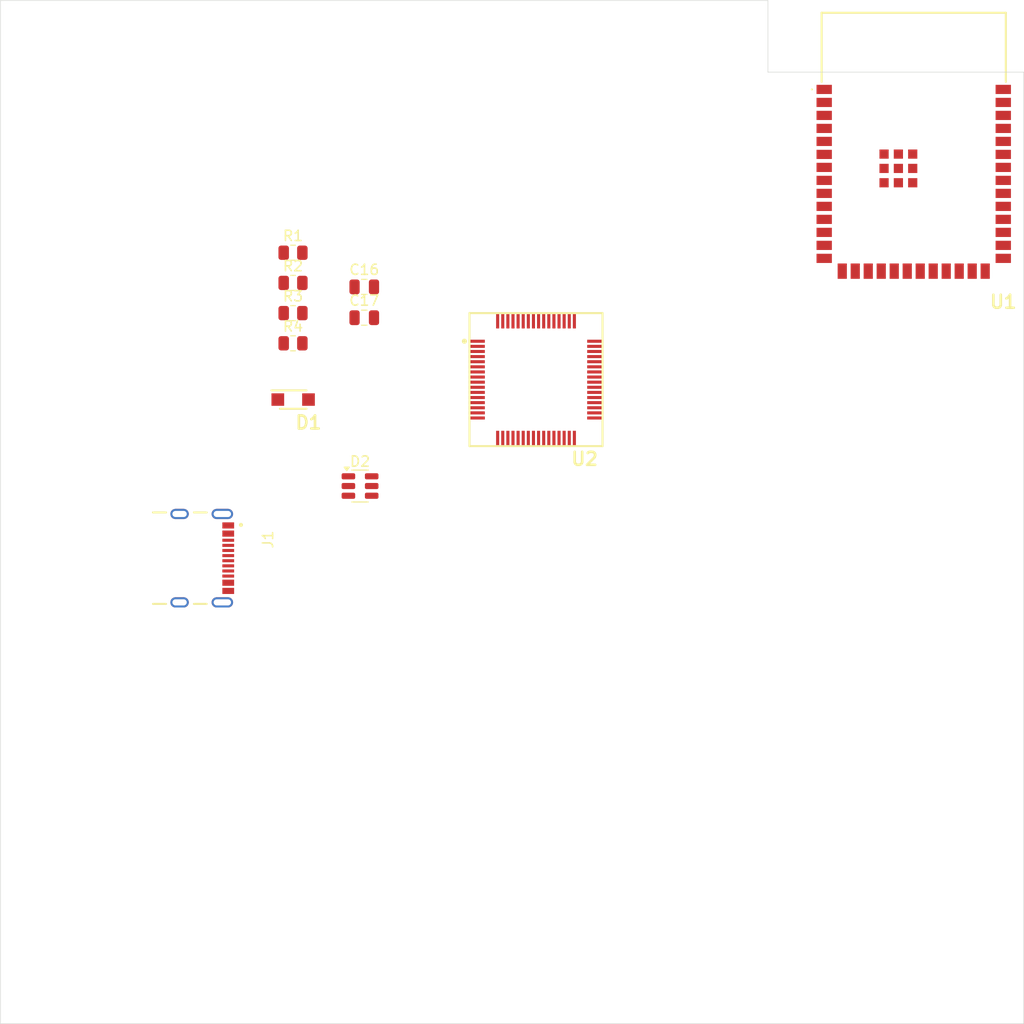
<source format=kicad_pcb>
(kicad_pcb (version 20240108) (generator "pcbnew") (generator_version "8.0")
  (layers (0 "F.Cu" signal) (1 "In1.Cu" signal) (2 "In2.Cu" signal) (31 "B.Cu" signal) (34 "B.Paste" user) (35 "F.Paste" user) (36 "B.SilkS" user "B.Silkscreen") (37 "F.SilkS" user "F.Silkscreen") (38 "B.Mask" user) (39 "F.Mask" user) (44 "Edge.Cuts" user))
  (net 0 "")
  (net 1 "GND")
  (net 21 "/Microcontroller/XTAL_32K_P")
  (net 29 "/Microcontroller/XTAL_32K_N")
  (net 40 "/Input/USB_D+")
  (net 41 "/Input/USB_D-")
  (net 42 "VBUS")
  (net 43 "/Input/USB_CC2")
  (net 45 "/Input/USB_CC1")
  (net 46 "/Input/~{PWRSAV}")
  (net 47 "/Input/UART_~{CTS}")
  (net 48 "/Input/UART_~{RTS}")
  (net 49 "/Input/UART_~{RI}")
  (net 50 "/Input/UART_~{TXLED}")
  (net 53 "/Input/UART_~{DCD}")
  (net 55 "/Input/UART_TXDEN")
  (net 58 "/Input/UART_~{DSR}")
  (net 62 "VCCIO")
  (net 63 "/Input/JTAG_TDI")
  (net 69 "/Input/UART_~{RXLED}")
  (net 70 "/Input/JTAG_TMS")
  (net 71 "VCORE")
  (net 72 "/Input/UART_RXD")
  (net 75 "/Input/JTAG_TCK")
  (net 77 "/Input/UART_TXD")
  (net 80 "/Input/JTAG_TDO")
  (net 83 "/Input/UART_~{DTR}")
  (net 99 "USB_5V")
  (footprint "AA_MCUs:ESP32S3WROOM1N16R2" (layer "F.Cu") (at 151.75 46.45)
    (property "Reference" "U1" (at 8.75 15.5 0) (layer "F.SilkS") (effects (font (size 1.27 1.27) (thickness 0.254))))
    (property "Value" "ESP32-S3-WROOM-1-N16R2" (hide yes))
    (fp_line (start -10 -5.26) (end -10 -5.26) (stroke (width 0.1)) (layer "F.SilkS"))
    (fp_line (start -9.9 -5.26) (end -9.9 -5.26) (stroke (width 0.1)) (layer "F.SilkS"))
    (fp_line (start -9 -12.75) (end 9 -12.75) (stroke (width 0.2)) (layer "F.SilkS"))
    (fp_line (start -9 -6) (end -9 -12.75) (stroke (width 0.2)) (layer "F.SilkS"))
    (fp_line (start 9 -12.75) (end 9 -6) (stroke (width 0.2)) (layer "F.SilkS"))
    (fp_arc (start -10 -5.26) (mid -9.95 -5.31) (end -9.9 -5.26) (stroke (width 0.1)) (layer "F.SilkS"))
    (fp_arc (start -9.9 -5.26) (mid -9.95 -5.21) (end -10 -5.26) (stroke (width 0.1)) (layer "F.SilkS"))
    (pad "1" smd rect (at -8.75 -5.26 90) (size 0.9 1.5) (layers "F.Cu" "F.Paste" "F.Mask") (net 1 "GND"))
    (pad "2" smd rect (at -8.75 -3.99 90) (size 0.9 1.5) (layers "F.Cu" "F.Paste" "F.Mask"))
    (pad "3" smd rect (at -8.75 -2.72 90) (size 0.9 1.5) (layers "F.Cu" "F.Paste" "F.Mask"))
    (pad "4" smd rect (at -8.75 -1.45 90) (size 0.9 1.5) (layers "F.Cu" "F.Paste" "F.Mask"))
    (pad "5" smd rect (at -8.75 -0.18 90) (size 0.9 1.5) (layers "F.Cu" "F.Paste" "F.Mask"))
    (pad "6" smd rect (at -8.75 1.09 90) (size 0.9 1.5) (layers "F.Cu" "F.Paste" "F.Mask"))
    (pad "7" smd rect (at -8.75 2.36 90) (size 0.9 1.5) (layers "F.Cu" "F.Paste" "F.Mask"))
    (pad "8" smd rect (at -8.75 3.63 90) (size 0.9 1.5) (layers "F.Cu" "F.Paste" "F.Mask") (net 21 "/Microcontroller/XTAL_32K_P"))
    (pad "9" smd rect (at -8.75 4.9 90) (size 0.9 1.5) (layers "F.Cu" "F.Paste" "F.Mask") (net 29 "/Microcontroller/XTAL_32K_N"))
    (pad "10" smd rect (at -8.75 6.17 90) (size 0.9 1.5) (layers "F.Cu" "F.Paste" "F.Mask"))
    (pad "11" smd rect (at -8.75 7.44 90) (size 0.9 1.5) (layers "F.Cu" "F.Paste" "F.Mask"))
    (pad "12" smd rect (at -8.75 8.71 90) (size 0.9 1.5) (layers "F.Cu" "F.Paste" "F.Mask"))
    (pad "13" smd rect (at -8.75 9.98 90) (size 0.9 1.5) (layers "F.Cu" "F.Paste" "F.Mask"))
    (pad "14" smd rect (at -8.75 11.25 90) (size 0.9 1.5) (layers "F.Cu" "F.Paste" "F.Mask"))
    (pad "15" smd rect (at -6.985 12.5) (size 0.9 1.5) (layers "F.Cu" "F.Paste" "F.Mask"))
    (pad "16" smd rect (at -5.715 12.5) (size 0.9 1.5) (layers "F.Cu" "F.Paste" "F.Mask"))
    (pad "17" smd rect (at -4.445 12.5) (size 0.9 1.5) (layers "F.Cu" "F.Paste" "F.Mask"))
    (pad "18" smd rect (at -3.175 12.5) (size 0.9 1.5) (layers "F.Cu" "F.Paste" "F.Mask"))
    (pad "19" smd rect (at -1.905 12.5) (size 0.9 1.5) (layers "F.Cu" "F.Paste" "F.Mask"))
    (pad "20" smd rect (at -0.635 12.5) (size 0.9 1.5) (layers "F.Cu" "F.Paste" "F.Mask"))
    (pad "21" smd rect (at 0.635 12.5) (size 0.9 1.5) (layers "F.Cu" "F.Paste" "F.Mask"))
    (pad "22" smd rect (at 1.905 12.5) (size 0.9 1.5) (layers "F.Cu" "F.Paste" "F.Mask"))
    (pad "23" smd rect (at 3.175 12.5) (size 0.9 1.5) (layers "F.Cu" "F.Paste" "F.Mask"))
    (pad "24" smd rect (at 4.445 12.5) (size 0.9 1.5) (layers "F.Cu" "F.Paste" "F.Mask"))
    (pad "25" smd rect (at 5.715 12.5) (size 0.9 1.5) (layers "F.Cu" "F.Paste" "F.Mask"))
    (pad "26" smd rect (at 6.985 12.5) (size 0.9 1.5) (layers "F.Cu" "F.Paste" "F.Mask"))
    (pad "27" smd rect (at 8.75 11.25 90) (size 0.9 1.5) (layers "F.Cu" "F.Paste" "F.Mask"))
    (pad "28" smd rect (at 8.75 9.98 90) (size 0.9 1.5) (layers "F.Cu" "F.Paste" "F.Mask"))
    (pad "29" smd rect (at 8.75 8.71 90) (size 0.9 1.5) (layers "F.Cu" "F.Paste" "F.Mask"))
    (pad "30" smd rect (at 8.75 7.44 90) (size 0.9 1.5) (layers "F.Cu" "F.Paste" "F.Mask"))
    (pad "31" smd rect (at 8.75 6.17 90) (size 0.9 1.5) (layers "F.Cu" "F.Paste" "F.Mask"))
    (pad "32" smd rect (at 8.75 4.9 90) (size 0.9 1.5) (layers "F.Cu" "F.Paste" "F.Mask"))
    (pad "33" smd rect (at 8.75 3.63 90) (size 0.9 1.5) (layers "F.Cu" "F.Paste" "F.Mask"))
    (pad "34" smd rect (at 8.75 2.36 90) (size 0.9 1.5) (layers "F.Cu" "F.Paste" "F.Mask"))
    (pad "35" smd rect (at 8.75 1.09 90) (size 0.9 1.5) (layers "F.Cu" "F.Paste" "F.Mask"))
    (pad "36" smd rect (at 8.75 -0.18 90) (size 0.9 1.5) (layers "F.Cu" "F.Paste" "F.Mask"))
    (pad "37" smd rect (at 8.75 -1.45 90) (size 0.9 1.5) (layers "F.Cu" "F.Paste" "F.Mask"))
    (pad "38" smd rect (at 8.75 -2.72 90) (size 0.9 1.5) (layers "F.Cu" "F.Paste" "F.Mask"))
    (pad "39" smd rect (at 8.75 -3.99 90) (size 0.9 1.5) (layers "F.Cu" "F.Paste" "F.Mask"))
    (pad "40" smd rect (at 8.75 -5.26 90) (size 0.9 1.5) (layers "F.Cu" "F.Paste" "F.Mask") (net 1 "GND"))
    (pad "41" smd rect (at -1.5 2.46) (size 0.9 0.9) (layers "F.Cu" "F.Paste" "F.Mask") (net 1 "GND"))
    (pad "42" smd rect (at -2.9 1.06) (size 0.9 0.9) (layers "F.Cu" "F.Paste" "F.Mask"))
    (pad "43" smd rect (at -2.9 2.46) (size 0.9 0.9) (layers "F.Cu" "F.Paste" "F.Mask"))
    (pad "44" smd rect (at -2.9 3.86) (size 0.9 0.9) (layers "F.Cu" "F.Paste" "F.Mask"))
    (pad "45" smd rect (at -1.5 3.86) (size 0.9 0.9) (layers "F.Cu" "F.Paste" "F.Mask"))
    (pad "46" smd rect (at -0.1 3.86) (size 0.9 0.9) (layers "F.Cu" "F.Paste" "F.Mask"))
    (pad "47" smd rect (at -0.1 2.46) (size 0.9 0.9) (layers "F.Cu" "F.Paste" "F.Mask"))
    (pad "48" smd rect (at -0.1 1.06) (size 0.9 0.9) (layers "F.Cu" "F.Paste" "F.Mask"))
    (pad "49" smd rect (at -1.5 1.06) (size 0.9 0.9) (layers "F.Cu" "F.Paste" "F.Mask"))
  )
  (footprint "Resistor_SMD:R_0805_2012Metric" (layer "F.Cu") (at 91.0875 57.15)
    (property "Reference" "R1" (at 0 -1.65 0) (layer "F.SilkS"))
    (property "Value" "5.1k")
    (fp_line (start -0.227064 -0.735) (end 0.227064 -0.735) (stroke (width 0.12)) (layer "F.SilkS"))
    (fp_line (start -0.227064 0.735) (end 0.227064 0.735) (stroke (width 0.12)) (layer "F.SilkS"))
    (pad "1" smd roundrect (at -0.9125 0) (size 1.025 1.4) (layers "F.Cu" "F.Paste" "F.Mask") (roundrect_rratio 0.243902) (net 1 "GND"))
    (pad "2" smd roundrect (at 0.9125 0) (size 1.025 1.4) (layers "F.Cu" "F.Paste" "F.Mask") (roundrect_rratio 0.243902) (net 43 "/Input/USB_CC2"))
  )
  (footprint "Resistor_SMD:R_0805_2012Metric" (layer "F.Cu") (at 91.0875 60.1)
    (property "Reference" "R2" (at 0 -1.65 0) (layer "F.SilkS"))
    (property "Value" "5.1k")
    (fp_line (start -0.227064 -0.735) (end 0.227064 -0.735) (stroke (width 0.12)) (layer "F.SilkS"))
    (fp_line (start -0.227064 0.735) (end 0.227064 0.735) (stroke (width 0.12)) (layer "F.SilkS"))
    (pad "1" smd roundrect (at -0.9125 0) (size 1.025 1.4) (layers "F.Cu" "F.Paste" "F.Mask") (roundrect_rratio 0.243902) (net 1 "GND"))
    (pad "2" smd roundrect (at 0.9125 0) (size 1.025 1.4) (layers "F.Cu" "F.Paste" "F.Mask") (roundrect_rratio 0.243902) (net 45 "/Input/USB_CC1"))
  )
  (footprint "Package_TO_SOT_SMD:SOT-23-6" (layer "F.Cu") (at 97.6375 79.95)
    (property "Reference" "D2" (at 0 -2.4 360) (layer "F.SilkS"))
    (property "Value" "ESDA6V1BC6")
    (fp_line (start 0 -1.56) (end -0.8 -1.56) (stroke (width 0.12)) (layer "F.SilkS"))
    (fp_line (start 0 -1.56) (end 0.8 -1.56) (stroke (width 0.12)) (layer "F.SilkS"))
    (fp_line (start 0 1.56) (end -0.8 1.56) (stroke (width 0.12)) (layer "F.SilkS"))
    (fp_line (start 0 1.56) (end 0.8 1.56) (stroke (width 0.12)) (layer "F.SilkS"))
    (fp_poly (pts (xy -1.3 -1.51) (xy -1.54 -1.84) (xy -1.06 -1.84) (xy -1.3 -1.51)) (stroke (width 0.12)) (fill solid) (layer "F.SilkS"))
    (pad "1" smd roundrect (at -1.1375 -0.95) (size 1.325 0.6) (layers "F.Cu" "F.Paste" "F.Mask") (net 40 "/Input/USB_D+"))
    (pad "2" smd roundrect (at -1.1375 0) (size 1.325 0.6) (layers "F.Cu" "F.Paste" "F.Mask") (net 1 "GND"))
    (pad "3" smd roundrect (at -1.1375 0.95) (size 1.325 0.6) (layers "F.Cu" "F.Paste" "F.Mask") (net 41 "/Input/USB_D-"))
    (pad "4" smd roundrect (at 1.1375 0.95) (size 1.325 0.6) (layers "F.Cu" "F.Paste" "F.Mask") (net 42 "VBUS"))
    (pad "5" smd roundrect (at 1.1375 0) (size 1.325 0.6) (layers "F.Cu" "F.Paste" "F.Mask") (net 1 "GND"))
    (pad "6" smd roundrect (at 1.1375 -0.95) (size 1.325 0.6) (layers "F.Cu" "F.Paste" "F.Mask"))
  )
  (footprint "Capacitor_SMD:C_0805_2012Metric" (layer "F.Cu") (at 98.05 60.49)
    (property "Reference" "C16" (at 0 -1.68 0) (layer "F.SilkS"))
    (property "Value" "8p")
    (fp_line (start -0.261252 -0.735) (end 0.261252 -0.735) (stroke (width 0.12)) (layer "F.SilkS"))
    (fp_line (start -0.261252 0.735) (end 0.261252 0.735) (stroke (width 0.12)) (layer "F.SilkS"))
    (pad "1" smd roundrect (at -0.95 0) (size 1 1.45) (layers "F.Cu" "F.Paste" "F.Mask") (net 21 "/Microcontroller/XTAL_32K_P"))
    (pad "2" smd roundrect (at 0.95 0) (size 1 1.45) (layers "F.Cu" "F.Paste" "F.Mask") (net 1 "GND"))
  )
  (footprint "AA_USB_Interface:QFP50P1200X1200X160-64N" (layer "F.Cu") (at 114.835 69.55)
    (property "Reference" "U2" (at 4.75 7.75 0) (layer "F.SilkS") (effects (font (size 1.27 1.27) (thickness 0.254))))
    (property "Value" "FT2232HL" (hide yes))
    (fp_line (start -6.5 -6.5) (end 6.5 -6.5) (stroke (width 0.2)) (layer "F.SilkS"))
    (fp_line (start -6.5 6.5) (end -6.5 -6.5) (stroke (width 0.2)) (layer "F.SilkS"))
    (fp_line (start 6.5 -6.5) (end 6.5 6.5) (stroke (width 0.2)) (layer "F.SilkS"))
    (fp_line (start 6.5 6.5) (end -6.5 6.5) (stroke (width 0.2)) (layer "F.SilkS"))
    (fp_circle (center -7 -3.75) (end -7 -3.625) (stroke (width 0.25)) (fill none) (layer "F.SilkS"))
    (pad "1" smd rect (at -5.738 -3.75 90) (size 0.3 1.475) (layers "F.Cu" "F.Paste" "F.Mask") (net 1 "GND"))
    (pad "2" smd rect (at -5.738 -3.25 90) (size 0.3 1.475) (layers "F.Cu" "F.Paste" "F.Mask"))
    (pad "3" smd rect (at -5.738 -2.75 90) (size 0.3 1.475) (layers "F.Cu" "F.Paste" "F.Mask"))
    (pad "4" smd rect (at -5.738 -2.25 90) (size 0.3 1.475) (layers "F.Cu" "F.Paste" "F.Mask"))
    (pad "5" smd rect (at -5.738 -1.75 90) (size 0.3 1.475) (layers "F.Cu" "F.Paste" "F.Mask") (net 1 "GND"))
    (pad "6" smd rect (at -5.738 -1.25 90) (size 0.3 1.475) (layers "F.Cu" "F.Paste" "F.Mask"))
    (pad "7" smd rect (at -5.738 -0.75 90) (size 0.3 1.475) (layers "F.Cu" "F.Paste" "F.Mask"))
    (pad "8" smd rect (at -5.738 -0.25 90) (size 0.3 1.475) (layers "F.Cu" "F.Paste" "F.Mask"))
    (pad "9" smd rect (at -5.738 0.25 90) (size 0.3 1.475) (layers "F.Cu" "F.Paste" "F.Mask"))
    (pad "10" smd rect (at -5.738 0.75 90) (size 0.3 1.475) (layers "F.Cu" "F.Paste" "F.Mask"))
    (pad "11" smd rect (at -5.738 1.25 90) (size 0.3 1.475) (layers "F.Cu" "F.Paste" "F.Mask") (net 1 "GND"))
    (pad "12" smd rect (at -5.738 1.75 90) (size 0.3 1.475) (layers "F.Cu" "F.Paste" "F.Mask") (net 71 "VCORE"))
    (pad "13" smd rect (at -5.738 2.25 90) (size 0.3 1.475) (layers "F.Cu" "F.Paste" "F.Mask"))
    (pad "14" smd rect (at -5.738 2.75 90) (size 0.3 1.475) (layers "F.Cu" "F.Paste" "F.Mask"))
    (pad "15" smd rect (at -5.738 3.25 90) (size 0.3 1.475) (layers "F.Cu" "F.Paste" "F.Mask") (net 1 "GND"))
    (pad "16" smd rect (at -5.738 3.75 90) (size 0.3 1.475) (layers "F.Cu" "F.Paste" "F.Mask") (net 75 "/Input/JTAG_TCK"))
    (pad "17" smd rect (at -3.75 5.738) (size 0.3 1.475) (layers "F.Cu" "F.Paste" "F.Mask") (net 63 "/Input/JTAG_TDI"))
    (pad "18" smd rect (at -3.25 5.738) (size 0.3 1.475) (layers "F.Cu" "F.Paste" "F.Mask") (net 80 "/Input/JTAG_TDO"))
    (pad "19" smd rect (at -2.75 5.738) (size 0.3 1.475) (layers "F.Cu" "F.Paste" "F.Mask") (net 70 "/Input/JTAG_TMS"))
    (pad "20" smd rect (at -2.25 5.738) (size 0.3 1.475) (layers "F.Cu" "F.Paste" "F.Mask") (net 62 "VCCIO"))
    (pad "21" smd rect (at -1.75 5.738) (size 0.3 1.475) (layers "F.Cu" "F.Paste" "F.Mask"))
    (pad "22" smd rect (at -1.25 5.738) (size 0.3 1.475) (layers "F.Cu" "F.Paste" "F.Mask"))
    (pad "23" smd rect (at -0.75 5.738) (size 0.3 1.475) (layers "F.Cu" "F.Paste" "F.Mask"))
    (pad "24" smd rect (at -0.25 5.738) (size 0.3 1.475) (layers "F.Cu" "F.Paste" "F.Mask"))
    (pad "25" smd rect (at 0.25 5.738) (size 0.3 1.475) (layers "F.Cu" "F.Paste" "F.Mask") (net 1 "GND"))
    (pad "26" smd rect (at 0.75 5.738) (size 0.3 1.475) (layers "F.Cu" "F.Paste" "F.Mask"))
    (pad "27" smd rect (at 1.25 5.738) (size 0.3 1.475) (layers "F.Cu" "F.Paste" "F.Mask"))
    (pad "28" smd rect (at 1.75 5.738) (size 0.3 1.475) (layers "F.Cu" "F.Paste" "F.Mask"))
    (pad "29" smd rect (at 2.25 5.738) (size 0.3 1.475) (layers "F.Cu" "F.Paste" "F.Mask"))
    (pad "30" smd rect (at 2.75 5.738) (size 0.3 1.475) (layers "F.Cu" "F.Paste" "F.Mask"))
    (pad "31" smd rect (at 3.25 5.738) (size 0.3 1.475) (layers "F.Cu" "F.Paste" "F.Mask") (net 62 "VCCIO"))
    (pad "32" smd rect (at 3.75 5.738) (size 0.3 1.475) (layers "F.Cu" "F.Paste" "F.Mask"))
    (pad "33" smd rect (at 5.738 3.75 90) (size 0.3 1.475) (layers "F.Cu" "F.Paste" "F.Mask"))
    (pad "34" smd rect (at 5.738 3.25 90) (size 0.3 1.475) (layers "F.Cu" "F.Paste" "F.Mask"))
    (pad "35" smd rect (at 5.738 2.75 90) (size 0.3 1.475) (layers "F.Cu" "F.Paste" "F.Mask") (net 1 "GND"))
    (pad "36" smd rect (at 5.738 2.25 90) (size 0.3 1.475) (layers "F.Cu" "F.Paste" "F.Mask"))
    (pad "37" smd rect (at 5.738 1.75 90) (size 0.3 1.475) (layers "F.Cu" "F.Paste" "F.Mask") (net 71 "VCORE"))
    (pad "38" smd rect (at 5.738 1.25 90) (size 0.3 1.475) (layers "F.Cu" "F.Paste" "F.Mask") (net 77 "/Input/UART_TXD"))
    (pad "39" smd rect (at 5.738 0.75 90) (size 0.3 1.475) (layers "F.Cu" "F.Paste" "F.Mask") (net 72 "/Input/UART_RXD"))
    (pad "40" smd rect (at 5.738 0.25 90) (size 0.3 1.475) (layers "F.Cu" "F.Paste" "F.Mask") (net 48 "/Input/UART_~{RTS}"))
    (pad "41" smd rect (at 5.738 -0.25 90) (size 0.3 1.475) (layers "F.Cu" "F.Paste" "F.Mask") (net 47 "/Input/UART_~{CTS}"))
    (pad "42" smd rect (at 5.738 -0.75 90) (size 0.3 1.475) (layers "F.Cu" "F.Paste" "F.Mask") (net 62 "VCCIO"))
    (pad "43" smd rect (at 5.738 -1.25 90) (size 0.3 1.475) (layers "F.Cu" "F.Paste" "F.Mask") (net 83 "/Input/UART_~{DTR}"))
    (pad "44" smd rect (at 5.738 -1.75 90) (size 0.3 1.475) (layers "F.Cu" "F.Paste" "F.Mask") (net 58 "/Input/UART_~{DSR}"))
    (pad "45" smd rect (at 5.738 -2.25 90) (size 0.3 1.475) (layers "F.Cu" "F.Paste" "F.Mask") (net 53 "/Input/UART_~{DCD}"))
    (pad "46" smd rect (at 5.738 -2.75 90) (size 0.3 1.475) (layers "F.Cu" "F.Paste" "F.Mask") (net 49 "/Input/UART_~{RI}"))
    (pad "47" smd rect (at 5.738 -3.25 90) (size 0.3 1.475) (layers "F.Cu" "F.Paste" "F.Mask") (net 1 "GND"))
    (pad "48" smd rect (at 5.738 -3.75 90) (size 0.3 1.475) (layers "F.Cu" "F.Paste" "F.Mask") (net 55 "/Input/UART_TXDEN"))
    (pad "49" smd rect (at 3.75 -5.738) (size 0.3 1.475) (layers "F.Cu" "F.Paste" "F.Mask"))
    (pad "50" smd rect (at 3.25 -5.738) (size 0.3 1.475) (layers "F.Cu" "F.Paste" "F.Mask"))
    (pad "51" smd rect (at 2.75 -5.738) (size 0.3 1.475) (layers "F.Cu" "F.Paste" "F.Mask") (net 1 "GND"))
    (pad "52" smd rect (at 2.25 -5.738) (size 0.3 1.475) (layers "F.Cu" "F.Paste" "F.Mask"))
    (pad "53" smd rect (at 1.75 -5.738) (size 0.3 1.475) (layers "F.Cu" "F.Paste" "F.Mask"))
    (pad "54" smd rect (at 1.25 -5.738) (size 0.3 1.475) (layers "F.Cu" "F.Paste" "F.Mask") (net 69 "/Input/UART_~{RXLED}"))
    (pad "55" smd rect (at 0.75 -5.738) (size 0.3 1.475) (layers "F.Cu" "F.Paste" "F.Mask") (net 50 "/Input/UART_~{TXLED}"))
    (pad "56" smd rect (at 0.25 -5.738) (size 0.3 1.475) (layers "F.Cu" "F.Paste" "F.Mask") (net 62 "VCCIO"))
    (pad "57" smd rect (at -0.25 -5.738) (size 0.3 1.475) (layers "F.Cu" "F.Paste" "F.Mask"))
    (pad "58" smd rect (at -0.75 -5.738) (size 0.3 1.475) (layers "F.Cu" "F.Paste" "F.Mask"))
    (pad "59" smd rect (at -1.25 -5.738) (size 0.3 1.475) (layers "F.Cu" "F.Paste" "F.Mask") (net 46 "/Input/~{PWRSAV}"))
    (pad "60" smd rect (at -1.75 -5.738) (size 0.3 1.475) (layers "F.Cu" "F.Paste" "F.Mask"))
    (pad "61" smd rect (at -2.25 -5.738) (size 0.3 1.475) (layers "F.Cu" "F.Paste" "F.Mask"))
    (pad "62" smd rect (at -2.75 -5.738) (size 0.3 1.475) (layers "F.Cu" "F.Paste" "F.Mask"))
    (pad "63" smd rect (at -3.25 -5.738) (size 0.3 1.475) (layers "F.Cu" "F.Paste" "F.Mask"))
    (pad "64" smd rect (at -3.75 -5.738) (size 0.3 1.475) (layers "F.Cu" "F.Paste" "F.Mask") (net 71 "VCORE"))
  )
  (footprint "AA_Connectors:GCT_USB4105-GF-A" (layer "F.Cu") (at 80 87 -90)
    (property "Reference" "J1" (at -1.825 -8.635 90) (layer "F.SilkS"))
    (property "Value" "USB4105-GF-A")
    (fp_line (start 4.47 2.6) (end 4.47 1.32) (stroke (width 0.2)) (layer "F.SilkS"))
    (fp_line (start -4.47 1.32) (end -4.47 2.6) (stroke (width 0.2)) (layer "F.SilkS"))
    (fp_line (start -4.47 -2.65) (end -4.47 -1.4) (stroke (width 0.2)) (layer "F.SilkS"))
    (fp_line (start 4.47 -2.65) (end 4.47 -1.4) (stroke (width 0.2)) (layer "F.SilkS"))
    (fp_circle (center -3.25 -6) (end -3.15 -6) (stroke (width 0.2)) (fill none) (layer "F.SilkS"))
    (pad "" np_thru_hole circle (at -2.89 -3.68 270) (size 0.65 0.65) (drill 0.65) (layers "*.Cu" "*.Mask"))
    (pad "" np_thru_hole circle (at 2.89 -3.68 270) (size 0.65 0.65) (drill 0.65) (layers "*.Cu" "*.Mask"))
    (pad "A1_B12" smd rect (at -3.2 -4.755 270) (size 0.6 1.15) (layers "F.Cu" "F.Paste") (net 1 "GND"))
    (pad "A4_B9" smd rect (at -2.4 -4.755 270) (size 0.6 1.15) (layers "F.Cu" "F.Paste") (net 42 "VBUS"))
    (pad "A5" smd rect (at -1.25 -4.755 270) (size 0.3 1.15) (layers "F.Cu" "F.Paste") (net 45 "/Input/USB_CC1"))
    (pad "A6" smd rect (at -0.25 -4.755 270) (size 0.3 1.15) (layers "F.Cu" "F.Paste") (net 40 "/Input/USB_D+"))
    (pad "A7" smd rect (at 0.25 -4.755 270) (size 0.3 1.15) (layers "F.Cu" "F.Paste") (net 41 "/Input/USB_D-"))
    (pad "A8" smd rect (at 1.25 -4.755 270) (size 0.3 1.15) (layers "F.Cu" "F.Paste"))
    (pad "B1_A12" smd rect (at 3.2 -4.755 270) (size 0.6 1.15) (layers "F.Cu" "F.Paste") (net 1 "GND"))
    (pad "B4_A9" smd rect (at 2.4 -4.755 270) (size 0.6 1.15) (layers "F.Cu" "F.Paste") (net 42 "VBUS"))
    (pad "B5" smd rect (at 1.75 -4.755 270) (size 0.3 1.15) (layers "F.Cu" "F.Paste") (net 43 "/Input/USB_CC2"))
    (pad "B6" smd rect (at 0.75 -4.755 270) (size 0.3 1.15) (layers "F.Cu" "F.Paste") (net 40 "/Input/USB_D+"))
    (pad "B7" smd rect (at -0.75 -4.755 270) (size 0.3 1.15) (layers "F.Cu" "F.Paste") (net 41 "/Input/USB_D-"))
    (pad "B8" smd rect (at -1.75 -4.755 270) (size 0.3 1.15) (layers "F.Cu" "F.Paste"))
    (pad "SH1" thru_hole oval (at -4.32 -4.18 270) (size 1 2.1) (drill oval 0.6 1.7) (layers "*.Cu" "*.Mask") (net 1 "GND"))
    (pad "SH2" thru_hole oval (at 4.32 -4.18 270) (size 1 2.1) (drill oval 0.6 1.7) (layers "*.Cu" "*.Mask") (net 1 "GND"))
    (pad "SH3" thru_hole oval (at -4.32 0 270) (size 1 1.8) (drill oval 0.6 1.4) (layers "*.Cu" "*.Mask") (net 1 "GND"))
    (pad "SH4" thru_hole oval (at 4.32 0 270) (size 1 1.8) (drill oval 0.6 1.4) (layers "*.Cu" "*.Mask") (net 1 "GND"))
  )
  (footprint "Resistor_SMD:R_0805_2012Metric" (layer "F.Cu") (at 91.0875 66)
    (property "Reference" "R4" (at 0 -1.65 0) (layer "F.SilkS"))
    (property "Value" "10k")
    (fp_line (start -0.227064 -0.735) (end 0.227064 -0.735) (stroke (width 0.12)) (layer "F.SilkS"))
    (fp_line (start -0.227064 0.735) (end 0.227064 0.735) (stroke (width 0.12)) (layer "F.SilkS"))
    (pad "1" smd roundrect (at -0.9125 0) (size 1.025 1.4) (layers "F.Cu" "F.Paste" "F.Mask") (roundrect_rratio 0.243902) (net 1 "GND"))
    (pad "2" smd roundrect (at 0.9125 0) (size 1.025 1.4) (layers "F.Cu" "F.Paste" "F.Mask") (roundrect_rratio 0.243902) (net 46 "/Input/~{PWRSAV}"))
  )
  (footprint "Capacitor_SMD:C_0805_2012Metric" (layer "F.Cu") (at 98.05 63.5)
    (property "Reference" "C17" (at 0 -1.68 0) (layer "F.SilkS"))
    (property "Value" "8p")
    (fp_line (start -0.261252 -0.735) (end 0.261252 -0.735) (stroke (width 0.12)) (layer "F.SilkS"))
    (fp_line (start -0.261252 0.735) (end 0.261252 0.735) (stroke (width 0.12)) (layer "F.SilkS"))
    (pad "1" smd roundrect (at -0.95 0) (size 1 1.45) (layers "F.Cu" "F.Paste" "F.Mask") (net 29 "/Microcontroller/XTAL_32K_N"))
    (pad "2" smd roundrect (at 0.95 0) (size 1 1.45) (layers "F.Cu" "F.Paste" "F.Mask") (net 1 "GND"))
  )
  (footprint "AA_Diodes:SOD-123FL" (layer "F.Cu") (at 91.1 71.5)
    (property "Reference" "D1" (at 1.5 2.25 0) (layer "F.SilkS") (effects (font (size 1.27 1.27) (thickness 0.254))))
    (property "Value" "DSS14U" (hide yes))
    (fp_line (start -2.12 -0.9) (end 1.3 -0.9) (stroke (width 0.2)) (layer "F.SilkS"))
    (fp_line (start -1.3 0.9) (end 1.3 0.9) (stroke (width 0.2)) (layer "F.SilkS"))
    (pad "1" smd rect (at -1.5 0 90) (size 1.22 1.24) (layers "F.Cu" "F.Paste" "F.Mask") (net 99 "USB_5V"))
    (pad "2" smd rect (at 1.5 0 90) (size 1.22 1.24) (layers "F.Cu" "F.Paste" "F.Mask") (net 42 "VBUS"))
  )
  (footprint "Resistor_SMD:R_0805_2012Metric" (layer "F.Cu") (at 91.0875 63.05)
    (property "Reference" "R3" (at 0 -1.65 0) (layer "F.SilkS"))
    (property "Value" "4.7k")
    (fp_line (start -0.227064 -0.735) (end 0.227064 -0.735) (stroke (width 0.12)) (layer "F.SilkS"))
    (fp_line (start -0.227064 0.735) (end 0.227064 0.735) (stroke (width 0.12)) (layer "F.SilkS"))
    (pad "1" smd roundrect (at -0.9125 0) (size 1.025 1.4) (layers "F.Cu" "F.Paste" "F.Mask") (roundrect_rratio 0.243902) (net 46 "/Input/~{PWRSAV}"))
    (pad "2" smd roundrect (at 0.9125 0) (size 1.025 1.4) (layers "F.Cu" "F.Paste" "F.Mask") (roundrect_rratio 0.243902) (net 42 "VBUS"))
  )
  (gr_line (start 137.5 32.5) (end 62.5 32.5) (stroke (width 0.05)) (layer "Edge.Cuts"))
  (gr_line (start 162.5 132.5) (end 162.5 39.5) (stroke (width 0.05)) (layer "Edge.Cuts"))
  (gr_line (start 62.5 32.5) (end 62.5 132.5) (stroke (width 0.05)) (layer "Edge.Cuts"))
  (gr_line (start 62.5 132.5) (end 162.5 132.5) (stroke (width 0.05)) (layer "Edge.Cuts"))
  (gr_line (start 137.5 39.5) (end 137.5 32.5) (stroke (width 0.05)) (layer "Edge.Cuts"))
  (gr_line (start 162.5 39.5) (end 137.5 39.5) (stroke (width 0.05)) (layer "Edge.Cuts"))
)
</source>
